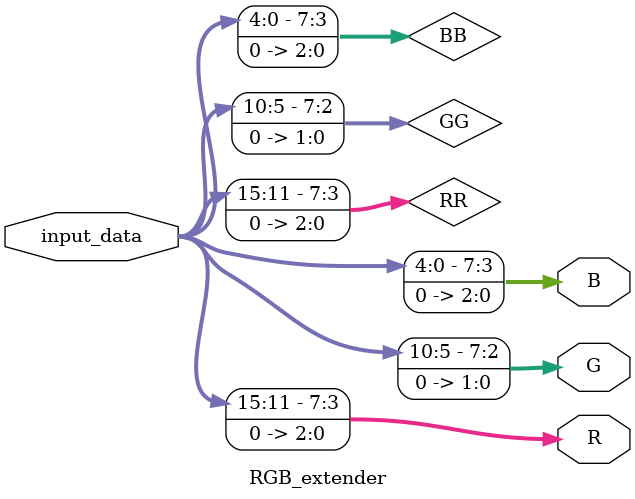
<source format=sv>
/*

	Description: It takes in 15-bit input data, and extends it to 24-bit RGB value
 		required by VGA monitor.
Purpose: We compressed the 24-bit RGB values from the sprite to 16-bit data
 	      in order to fit one pixel at one address of SRAM. We lose some color
      accuracy but it’s not noticeable. The compressed version of 24-bit
      RGB is made by taking 5 MSBs of Red, 6 MSBs of Green, and 5
      MSBs of Blue. The RGB_extender appends zeros at relevant positions    
      In the 16-bit data and makes it a 24-bit for VGA monitor. 



*/


module RGB_extender (
		
	input logic [15:0] input_data,
	output logic [7:0] R,G,B

	);
		
	logic [7:0] RR ;
	assign RR	= { input_data[15:11], 3'b000};
	
	logic [7:0] GG ;
	assign GG	= { input_data[10:5], 2'b00};
	
	logic [7:0] BB ;
	assign BB	= { input_data[4:0], 3'b000};
	
	assign R = RR;
	assign G = GG;
	assign B = BB;
	
endmodule
	
</source>
